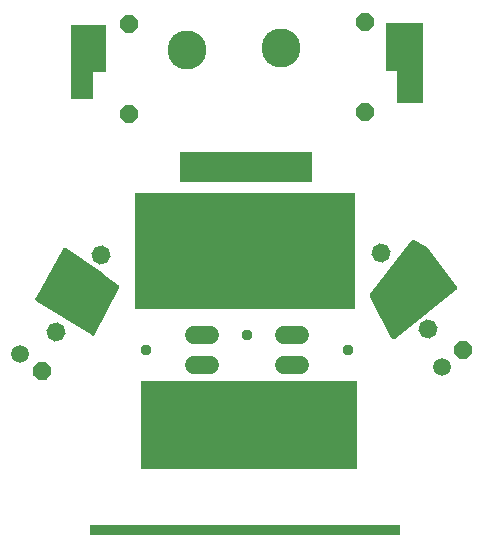
<source format=gts>
G04 EAGLE Gerber X2 export*
G75*
%MOMM*%
%FSLAX34Y34*%
%LPD*%
%AMOC8*
5,1,8,0,0,1.08239X$1,22.5*%
G01*
%ADD10R,11.300000X2.600000*%
%ADD11R,18.300000X7.500000*%
%ADD12R,26.352500X0.952500*%
%ADD13R,18.732500X9.842500*%
%ADD14C,1.524000*%
%ADD15P,1.649562X8X292.500000*%
%ADD16C,1.511200*%
%ADD17P,1.635708X8X333.500000*%
%ADD18P,1.635708X8X253.500000*%
%ADD19C,3.303200*%
%ADD20P,1.649562X8X262.500000*%
%ADD21P,1.649562X8X324.500000*%
%ADD22C,0.959600*%

G36*
X324004Y237979D02*
X324004Y237979D01*
X324194Y237978D01*
X324205Y237980D01*
X324217Y237980D01*
X324403Y238019D01*
X324589Y238056D01*
X324600Y238060D01*
X324611Y238063D01*
X324785Y238138D01*
X324960Y238210D01*
X324970Y238217D01*
X324981Y238221D01*
X325258Y238405D01*
X377258Y279405D01*
X377391Y279534D01*
X377528Y279662D01*
X377537Y279674D01*
X377548Y279684D01*
X377654Y279838D01*
X377762Y279989D01*
X377768Y280003D01*
X377777Y280015D01*
X377851Y280187D01*
X377927Y280357D01*
X377930Y280371D01*
X377936Y280385D01*
X377974Y280567D01*
X378016Y280749D01*
X378016Y280764D01*
X378019Y280779D01*
X378021Y280965D01*
X378026Y281152D01*
X378023Y281167D01*
X378023Y281182D01*
X377988Y281364D01*
X377956Y281548D01*
X377950Y281562D01*
X377948Y281577D01*
X377877Y281749D01*
X377809Y281923D01*
X377801Y281937D01*
X377795Y281950D01*
X377757Y282007D01*
X377635Y282205D01*
X352860Y315805D01*
X352807Y315864D01*
X352762Y315928D01*
X352673Y316013D01*
X352590Y316104D01*
X352527Y316151D01*
X352470Y316205D01*
X352337Y316292D01*
X352267Y316344D01*
X352232Y316360D01*
X352192Y316386D01*
X341892Y321961D01*
X341841Y321983D01*
X341794Y322011D01*
X341656Y322060D01*
X341521Y322117D01*
X341467Y322128D01*
X341415Y322146D01*
X341269Y322167D01*
X341126Y322196D01*
X341071Y322196D01*
X341016Y322204D01*
X340870Y322196D01*
X340723Y322196D01*
X340669Y322185D01*
X340614Y322182D01*
X340472Y322146D01*
X340329Y322117D01*
X340278Y322095D01*
X340225Y322082D01*
X340092Y322018D01*
X339957Y321961D01*
X339912Y321930D01*
X339862Y321906D01*
X339745Y321817D01*
X339624Y321735D01*
X339585Y321696D01*
X339542Y321662D01*
X339396Y321503D01*
X339342Y321448D01*
X339332Y321433D01*
X339318Y321417D01*
X304393Y276242D01*
X304299Y276092D01*
X304201Y275943D01*
X304192Y275921D01*
X304180Y275901D01*
X304117Y275735D01*
X304050Y275569D01*
X304046Y275546D01*
X304038Y275524D01*
X304009Y275349D01*
X303976Y275174D01*
X303977Y275150D01*
X303973Y275127D01*
X303979Y274949D01*
X303982Y274771D01*
X303987Y274748D01*
X303988Y274725D01*
X304029Y274551D01*
X304067Y274378D01*
X304077Y274353D01*
X304081Y274333D01*
X304115Y274260D01*
X304194Y274071D01*
X322194Y239071D01*
X322200Y239061D01*
X322205Y239050D01*
X322308Y238894D01*
X322412Y238733D01*
X322421Y238724D01*
X322427Y238715D01*
X322560Y238581D01*
X322693Y238445D01*
X322703Y238438D01*
X322712Y238430D01*
X322870Y238324D01*
X323026Y238218D01*
X323037Y238213D01*
X323047Y238206D01*
X323223Y238134D01*
X323397Y238060D01*
X323408Y238058D01*
X323419Y238054D01*
X323605Y238018D01*
X323791Y237980D01*
X323803Y237980D01*
X323814Y237977D01*
X324004Y237979D01*
G37*
G36*
X70194Y240986D02*
X70194Y240986D01*
X70302Y240991D01*
X70393Y241014D01*
X70485Y241028D01*
X70588Y241064D01*
X70693Y241091D01*
X70777Y241131D01*
X70865Y241162D01*
X70958Y241218D01*
X71056Y241265D01*
X71130Y241321D01*
X71210Y241369D01*
X71291Y241442D01*
X71377Y241507D01*
X71439Y241577D01*
X71508Y241640D01*
X71573Y241727D01*
X71645Y241808D01*
X71703Y241903D01*
X71747Y241964D01*
X71773Y242019D01*
X71817Y242092D01*
X91642Y281742D01*
X91659Y281787D01*
X91683Y281829D01*
X91731Y281975D01*
X91785Y282118D01*
X91793Y282166D01*
X91808Y282212D01*
X91826Y282364D01*
X91852Y282515D01*
X91850Y282563D01*
X91856Y282612D01*
X91844Y282764D01*
X91839Y282917D01*
X91827Y282964D01*
X91824Y283013D01*
X91781Y283160D01*
X91746Y283309D01*
X91726Y283353D01*
X91713Y283400D01*
X91642Y283536D01*
X91579Y283675D01*
X91550Y283714D01*
X91528Y283758D01*
X91432Y283877D01*
X91342Y284001D01*
X91306Y284034D01*
X91276Y284072D01*
X91093Y284230D01*
X91046Y284274D01*
X91036Y284280D01*
X91025Y284289D01*
X78325Y293589D01*
X78305Y293600D01*
X78284Y293618D01*
X47109Y315268D01*
X47002Y315328D01*
X46900Y315395D01*
X46826Y315425D01*
X46757Y315464D01*
X46640Y315501D01*
X46527Y315548D01*
X46449Y315562D01*
X46373Y315587D01*
X46252Y315600D01*
X46132Y315623D01*
X46052Y315622D01*
X45973Y315631D01*
X45851Y315620D01*
X45729Y315619D01*
X45651Y315603D01*
X45572Y315596D01*
X45455Y315561D01*
X45335Y315536D01*
X45262Y315504D01*
X45186Y315482D01*
X45078Y315425D01*
X44965Y315377D01*
X44900Y315331D01*
X44830Y315294D01*
X44735Y315217D01*
X44634Y315148D01*
X44579Y315090D01*
X44518Y315040D01*
X44440Y314946D01*
X44355Y314858D01*
X44304Y314780D01*
X44262Y314729D01*
X44228Y314667D01*
X44171Y314581D01*
X21221Y272981D01*
X21155Y272825D01*
X21083Y272671D01*
X21075Y272640D01*
X21063Y272611D01*
X21028Y272445D01*
X20988Y272280D01*
X20987Y272248D01*
X20980Y272217D01*
X20979Y272047D01*
X20972Y271878D01*
X20978Y271846D01*
X20977Y271814D01*
X21009Y271648D01*
X21036Y271480D01*
X21048Y271450D01*
X21054Y271419D01*
X21118Y271262D01*
X21178Y271103D01*
X21194Y271076D01*
X21206Y271047D01*
X21301Y270905D01*
X21390Y270761D01*
X21412Y270738D01*
X21430Y270712D01*
X21550Y270592D01*
X21666Y270468D01*
X21695Y270447D01*
X21715Y270427D01*
X21786Y270380D01*
X21933Y270271D01*
X68933Y241271D01*
X69031Y241224D01*
X69124Y241168D01*
X69211Y241136D01*
X69295Y241095D01*
X69400Y241068D01*
X69502Y241031D01*
X69595Y241017D01*
X69685Y240993D01*
X69793Y240987D01*
X69900Y240971D01*
X69994Y240976D01*
X70087Y240971D01*
X70194Y240986D01*
G37*
G36*
X348058Y437993D02*
X348058Y437993D01*
X348116Y437991D01*
X348198Y438013D01*
X348282Y438025D01*
X348335Y438049D01*
X348391Y438063D01*
X348464Y438106D01*
X348541Y438141D01*
X348586Y438179D01*
X348636Y438209D01*
X348694Y438270D01*
X348758Y438325D01*
X348790Y438373D01*
X348830Y438416D01*
X348869Y438491D01*
X348916Y438561D01*
X348933Y438617D01*
X348960Y438669D01*
X348971Y438737D01*
X349001Y438832D01*
X349004Y438932D01*
X349015Y439000D01*
X349015Y505000D01*
X349007Y505057D01*
X349009Y505108D01*
X349008Y505108D01*
X349009Y505116D01*
X348987Y505198D01*
X348975Y505282D01*
X348952Y505335D01*
X348937Y505391D01*
X348894Y505464D01*
X348859Y505541D01*
X348821Y505586D01*
X348792Y505636D01*
X348730Y505694D01*
X348676Y505758D01*
X348627Y505790D01*
X348584Y505830D01*
X348509Y505869D01*
X348439Y505916D01*
X348383Y505933D01*
X348331Y505960D01*
X348263Y505971D01*
X348168Y506001D01*
X348068Y506004D01*
X348000Y506015D01*
X319000Y506015D01*
X318942Y506007D01*
X318884Y506009D01*
X318802Y505987D01*
X318719Y505975D01*
X318665Y505952D01*
X318609Y505937D01*
X318536Y505894D01*
X318459Y505859D01*
X318414Y505821D01*
X318364Y505792D01*
X318306Y505730D01*
X318242Y505676D01*
X318210Y505627D01*
X318170Y505584D01*
X318131Y505509D01*
X318085Y505439D01*
X318067Y505383D01*
X318040Y505331D01*
X318029Y505263D01*
X317999Y505168D01*
X317996Y505068D01*
X317985Y505000D01*
X317985Y466000D01*
X317993Y465942D01*
X317991Y465884D01*
X318013Y465802D01*
X318025Y465719D01*
X318049Y465665D01*
X318063Y465609D01*
X318106Y465536D01*
X318141Y465459D01*
X318179Y465414D01*
X318209Y465364D01*
X318270Y465306D01*
X318325Y465242D01*
X318373Y465210D01*
X318416Y465170D01*
X318491Y465131D01*
X318561Y465085D01*
X318617Y465067D01*
X318669Y465040D01*
X318737Y465029D01*
X318832Y464999D01*
X318932Y464996D01*
X319000Y464985D01*
X326985Y464985D01*
X326985Y439000D01*
X326993Y438942D01*
X326991Y438884D01*
X327013Y438802D01*
X327025Y438719D01*
X327049Y438665D01*
X327063Y438609D01*
X327106Y438536D01*
X327141Y438459D01*
X327179Y438414D01*
X327209Y438364D01*
X327270Y438306D01*
X327325Y438242D01*
X327373Y438210D01*
X327416Y438170D01*
X327491Y438131D01*
X327561Y438085D01*
X327617Y438067D01*
X327669Y438040D01*
X327737Y438029D01*
X327832Y437999D01*
X327932Y437996D01*
X328000Y437985D01*
X348000Y437985D01*
X348058Y437993D01*
G37*
G36*
X69058Y440993D02*
X69058Y440993D01*
X69116Y440991D01*
X69198Y441013D01*
X69282Y441025D01*
X69335Y441049D01*
X69391Y441063D01*
X69464Y441106D01*
X69541Y441141D01*
X69586Y441179D01*
X69636Y441209D01*
X69694Y441270D01*
X69758Y441325D01*
X69790Y441373D01*
X69830Y441416D01*
X69869Y441491D01*
X69916Y441561D01*
X69933Y441617D01*
X69960Y441669D01*
X69971Y441737D01*
X70001Y441832D01*
X70004Y441932D01*
X70015Y442000D01*
X70015Y463985D01*
X80000Y463985D01*
X80058Y463993D01*
X80116Y463991D01*
X80198Y464013D01*
X80282Y464025D01*
X80335Y464049D01*
X80391Y464063D01*
X80464Y464106D01*
X80541Y464141D01*
X80586Y464179D01*
X80636Y464209D01*
X80694Y464270D01*
X80758Y464325D01*
X80790Y464373D01*
X80830Y464416D01*
X80869Y464491D01*
X80916Y464561D01*
X80933Y464617D01*
X80960Y464669D01*
X80971Y464737D01*
X81001Y464832D01*
X81004Y464932D01*
X81015Y465000D01*
X81015Y503000D01*
X81007Y503058D01*
X81009Y503116D01*
X80987Y503198D01*
X80975Y503282D01*
X80952Y503335D01*
X80937Y503391D01*
X80894Y503464D01*
X80859Y503541D01*
X80821Y503586D01*
X80792Y503636D01*
X80730Y503694D01*
X80676Y503758D01*
X80627Y503790D01*
X80584Y503830D01*
X80509Y503869D01*
X80439Y503916D01*
X80383Y503933D01*
X80331Y503960D01*
X80263Y503971D01*
X80168Y504001D01*
X80068Y504004D01*
X80000Y504015D01*
X52000Y504015D01*
X51942Y504007D01*
X51884Y504009D01*
X51802Y503987D01*
X51719Y503975D01*
X51665Y503952D01*
X51609Y503937D01*
X51536Y503894D01*
X51459Y503859D01*
X51414Y503821D01*
X51364Y503792D01*
X51306Y503730D01*
X51242Y503676D01*
X51210Y503627D01*
X51170Y503584D01*
X51131Y503509D01*
X51085Y503439D01*
X51067Y503383D01*
X51040Y503331D01*
X51029Y503263D01*
X50999Y503168D01*
X50996Y503068D01*
X50985Y503000D01*
X50985Y442000D01*
X50993Y441942D01*
X50991Y441884D01*
X51013Y441802D01*
X51025Y441719D01*
X51049Y441665D01*
X51063Y441609D01*
X51106Y441536D01*
X51141Y441459D01*
X51179Y441414D01*
X51209Y441364D01*
X51270Y441306D01*
X51325Y441242D01*
X51373Y441210D01*
X51416Y441170D01*
X51491Y441131D01*
X51561Y441085D01*
X51617Y441067D01*
X51669Y441040D01*
X51737Y441029D01*
X51832Y440999D01*
X51932Y440996D01*
X52000Y440985D01*
X69000Y440985D01*
X69058Y440993D01*
G37*
D10*
X199500Y384000D03*
D11*
X201500Y165500D03*
D12*
X198438Y76200D03*
D13*
X198438Y312738D03*
D14*
X231521Y215900D02*
X244729Y215900D01*
X244729Y241300D02*
X231521Y241300D01*
X168529Y241300D02*
X155321Y241300D01*
X155321Y215900D02*
X168529Y215900D01*
D15*
X100013Y504825D03*
X100013Y428625D03*
X300038Y506413D03*
X300038Y430213D03*
D16*
X365581Y214159D03*
D17*
X382940Y229249D03*
D16*
X8405Y225489D03*
D18*
X26280Y211015D03*
D19*
X228600Y484188D03*
X149225Y482600D03*
D20*
X76200Y309646D03*
X38100Y243655D03*
D21*
X313425Y310925D03*
X353805Y246303D03*
D22*
X114300Y228600D03*
X285750Y228600D03*
X200025Y241300D03*
X177800Y377825D03*
X219075Y377825D03*
M02*

</source>
